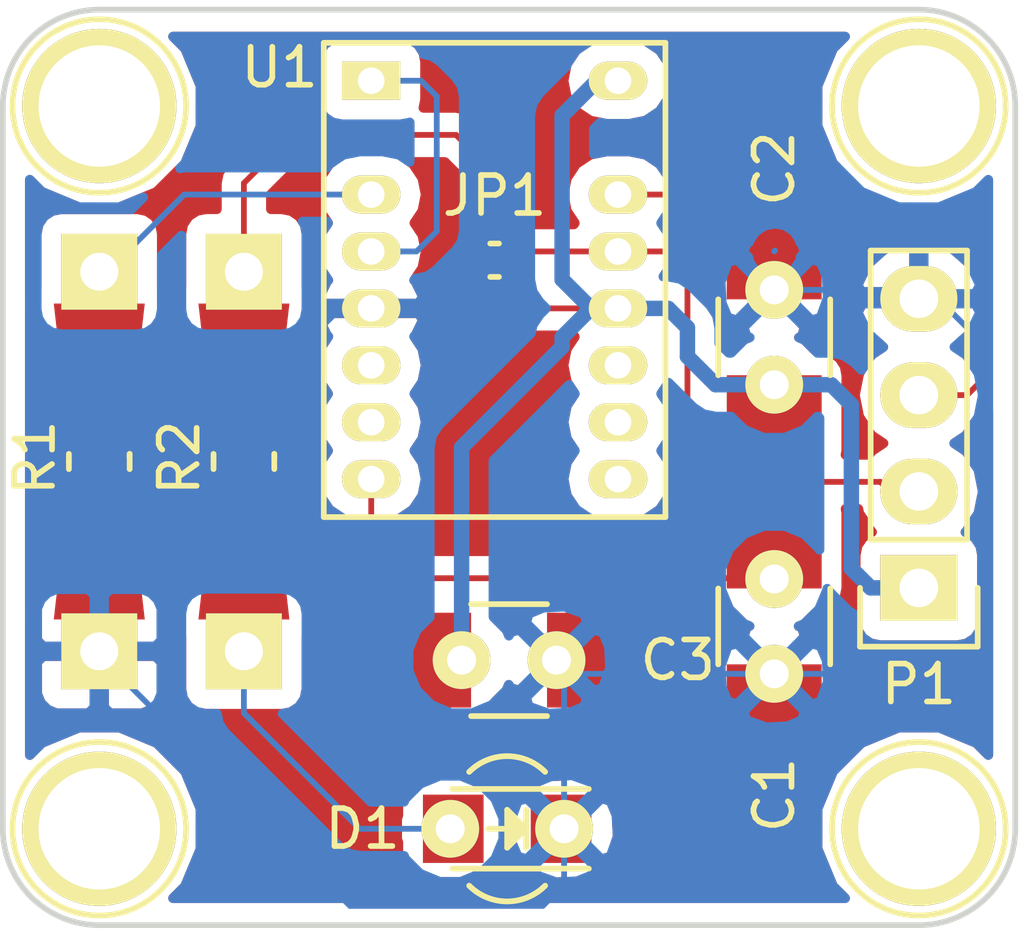
<source format=kicad_pcb>
(kicad_pcb (version 4) (host pcbnew 4.0.2-4+6225~38~ubuntu14.04.1-stable)

  (general
    (links 31)
    (no_connects 0)
    (area 124.629743 84.836 161.120258 109.474001)
    (thickness 1.6002)
    (drawings 8)
    (tracks 91)
    (zones 0)
    (modules 13)
    (nets 9)
  )

  (page A4)
  (layers
    (0 F.Cu signal)
    (31 B.Cu signal)
    (33 F.Adhes user)
    (34 B.Paste user)
    (35 F.Paste user)
    (36 B.SilkS user)
    (37 F.SilkS user)
    (38 B.Mask user)
    (39 F.Mask user)
    (40 Dwgs.User user)
    (41 Cmts.User user)
    (42 Eco1.User user)
    (43 Eco2.User user)
    (44 Edge.Cuts user)
    (45 Margin user)
    (47 F.CrtYd user)
    (49 F.Fab user)
  )

  (setup
    (last_trace_width 0.1524)
    (trace_clearance 0.1524)
    (zone_clearance 0.508)
    (zone_45_only no)
    (trace_min 0.1524)
    (segment_width 0.2)
    (edge_width 0.15)
    (via_size 0.6858)
    (via_drill 0.3302)
    (via_min_size 0.6858)
    (via_min_drill 0.3302)
    (uvia_size 0.762)
    (uvia_drill 0.508)
    (uvias_allowed no)
    (uvia_min_size 0)
    (uvia_min_drill 0)
    (pcb_text_width 0.3)
    (pcb_text_size 1.5 1.5)
    (mod_edge_width 0.15)
    (mod_text_size 1 1)
    (mod_text_width 0.15)
    (pad_size 4.064 4.064)
    (pad_drill 3.2)
    (pad_to_mask_clearance 0.2)
    (aux_axis_origin 0 0)
    (visible_elements 7FFFFF7F)
    (pcbplotparams
      (layerselection 0x00030_80000001)
      (usegerberextensions false)
      (excludeedgelayer true)
      (linewidth 0.100000)
      (plotframeref false)
      (viasonmask false)
      (mode 1)
      (useauxorigin false)
      (hpglpennumber 1)
      (hpglpenspeed 20)
      (hpglpendiameter 15)
      (hpglpenoverlay 2)
      (psnegative false)
      (psa4output false)
      (plotreference true)
      (plotvalue true)
      (plotinvisibletext false)
      (padsonsilk false)
      (subtractmaskfromsilk false)
      (outputformat 1)
      (mirror false)
      (drillshape 1)
      (scaleselection 1)
      (outputdirectory ""))
  )

  (net 0 "")
  (net 1 "Net-(C1-Pad1)")
  (net 2 GND)
  (net 3 VCC)
  (net 4 "Net-(D1-Pad2)")
  (net 5 /Enable)
  (net 6 /Output)
  (net 7 "Net-(R1-Pad1)")
  (net 8 "Net-(U1-Pad1)")

  (net_class Default "This is the default net class."
    (clearance 0.1524)
    (trace_width 0.1524)
    (via_dia 0.6858)
    (via_drill 0.3302)
    (uvia_dia 0.762)
    (uvia_drill 0.508)
    (add_net /Enable)
    (add_net /Output)
    (add_net GND)
    (add_net "Net-(C1-Pad1)")
    (add_net "Net-(D1-Pad2)")
    (add_net "Net-(R1-Pad1)")
    (add_net "Net-(U1-Pad1)")
    (add_net VCC)
  )

  (module GP2Y0D81xZ0F:GP2Y0D81xZ0F (layer F.Cu) (tedit 56F92A23) (tstamp 56E73AC4)
    (at 142.494 92.964)
    (path /56E5E3CE)
    (fp_text reference U1 (at -5.665 -6.35) (layer F.SilkS)
      (effects (font (size 1 1) (thickness 0.15)))
    )
    (fp_text value GP2Y0D81xZ0F (at 0 -0.5 90) (layer F.Fab) hide
      (effects (font (size 1 1) (thickness 0.15)))
    )
    (fp_line (start -4.5 -7) (end 4.5 -7) (layer F.SilkS) (width 0.15))
    (fp_line (start 4.5 -7) (end 4.5 5.5) (layer F.SilkS) (width 0.15))
    (fp_line (start 4.5 5.5) (end -4.5 5.5) (layer F.SilkS) (width 0.15))
    (fp_line (start -4.5 5.5) (end -4.5 -7) (layer F.SilkS) (width 0.15))
    (pad 1 thru_hole rect (at -3.25 -6) (size 1.54 1) (drill 0.7) (layers *.Cu *.Mask F.SilkS)
      (net 8 "Net-(U1-Pad1)"))
    (pad 2 thru_hole oval (at -3.25 -3) (size 1.54 1) (drill 0.7) (layers *.Cu *.Mask F.SilkS)
      (net 7 "Net-(R1-Pad1)"))
    (pad 3 thru_hole oval (at -3.25 -1.5) (size 1.54 1) (drill 0.7) (layers *.Cu *.Mask F.SilkS)
      (net 8 "Net-(U1-Pad1)"))
    (pad 4 thru_hole oval (at -3.25 0) (size 1.54 1) (drill 0.7) (layers *.Cu *.Mask F.SilkS)
      (net 2 GND))
    (pad 5 thru_hole oval (at -3.25 1.5) (size 1.54 1) (drill 0.7) (layers *.Cu *.Mask F.SilkS))
    (pad 6 thru_hole oval (at -3.25 3) (size 1.54 1) (drill 0.7) (layers *.Cu *.Mask F.SilkS))
    (pad 7 thru_hole oval (at -3.25 4.5) (size 1.54 1) (drill 0.7) (layers *.Cu *.Mask F.SilkS)
      (net 1 "Net-(C1-Pad1)"))
    (pad 8 thru_hole oval (at 3.25 4.5) (size 1.54 1) (drill 0.7) (layers *.Cu *.Mask F.SilkS))
    (pad 9 thru_hole oval (at 3.25 3) (size 1.54 1) (drill 0.7) (layers *.Cu *.Mask F.SilkS))
    (pad 10 thru_hole oval (at 3.25 1.5) (size 1.54 1) (drill 0.7) (layers *.Cu *.Mask F.SilkS))
    (pad 11 thru_hole oval (at 3.25 0) (size 1.54 1) (drill 0.7) (layers *.Cu *.Mask F.SilkS)
      (net 3 VCC))
    (pad 12 thru_hole oval (at 3.25 -1.5) (size 1.54 1) (drill 0.7) (layers *.Cu *.Mask F.SilkS)
      (net 5 /Enable))
    (pad 13 thru_hole oval (at 3.25 -3) (size 1.54 1) (drill 0.7) (layers *.Cu *.Mask F.SilkS)
      (net 6 /Output))
    (pad 14 thru_hole oval (at 3.25 -6) (size 1.54 1) (drill 0.7) (layers *.Cu *.Mask F.SilkS)
      (net 3 VCC))
  )

  (module Pin_Headers:Pin_Header_Straight_1x04 (layer F.Cu) (tedit 56F929F9) (tstamp 56E73A96)
    (at 153.67 100.33 180)
    (descr "Through hole pin header")
    (tags "pin header")
    (path /56E5EB6E)
    (fp_text reference P1 (at 0 -2.54 180) (layer F.SilkS)
      (effects (font (size 1 1) (thickness 0.15)))
    )
    (fp_text value CONN_01X04 (at -4.445 5.08 270) (layer F.Fab) hide
      (effects (font (size 1 1) (thickness 0.15)))
    )
    (fp_line (start -1.75 -1.75) (end -1.75 9.4) (layer F.CrtYd) (width 0.05))
    (fp_line (start 1.75 -1.75) (end 1.75 9.4) (layer F.CrtYd) (width 0.05))
    (fp_line (start -1.75 -1.75) (end 1.75 -1.75) (layer F.CrtYd) (width 0.05))
    (fp_line (start -1.75 9.4) (end 1.75 9.4) (layer F.CrtYd) (width 0.05))
    (fp_line (start -1.27 1.27) (end -1.27 8.89) (layer F.SilkS) (width 0.15))
    (fp_line (start 1.27 1.27) (end 1.27 8.89) (layer F.SilkS) (width 0.15))
    (fp_line (start 1.55 -1.55) (end 1.55 0) (layer F.SilkS) (width 0.15))
    (fp_line (start -1.27 8.89) (end 1.27 8.89) (layer F.SilkS) (width 0.15))
    (fp_line (start 1.27 1.27) (end -1.27 1.27) (layer F.SilkS) (width 0.15))
    (fp_line (start -1.55 0) (end -1.55 -1.55) (layer F.SilkS) (width 0.15))
    (fp_line (start -1.55 -1.55) (end 1.55 -1.55) (layer F.SilkS) (width 0.15))
    (pad 1 thru_hole rect (at 0 0 180) (size 2.032 1.7272) (drill 1.016) (layers *.Cu *.Mask F.SilkS)
      (net 3 VCC))
    (pad 2 thru_hole oval (at 0 2.54 180) (size 2.032 1.7272) (drill 1.016) (layers *.Cu *.Mask F.SilkS)
      (net 5 /Enable))
    (pad 3 thru_hole oval (at 0 5.08 180) (size 2.032 1.7272) (drill 1.016) (layers *.Cu *.Mask F.SilkS)
      (net 6 /Output))
    (pad 4 thru_hole oval (at 0 7.62 180) (size 2.032 1.7272) (drill 1.016) (layers *.Cu *.Mask F.SilkS)
      (net 2 GND))
    (model Pin_Headers.3dshapes/Pin_Header_Straight_1x04.wrl
      (at (xyz 0 -0.15 0))
      (scale (xyz 1 1 1))
      (rotate (xyz 0 0 90))
    )
  )

  (module Resistors_Universal:Resistor_SMD+THTuniversal_0805to1206_RM10_HandSoldering (layer F.Cu) (tedit 56F928C5) (tstamp 56E73AA2)
    (at 132.08 97 270)
    (descr "Resistor, SMD and THT, universal, 0805 to 1206,RM10,  Hand soldering,")
    (tags "Resistor, SMD and THT, universal, 0805 to 1206, RM10, Hand soldering,")
    (path /56E5E48F)
    (fp_text reference R1 (at -0.1 1.7 270) (layer F.SilkS)
      (effects (font (size 1 1) (thickness 0.15)))
    )
    (fp_text value 4.3 (at -0.39878 4.20116 360) (layer F.Fab) hide
      (effects (font (size 1 1) (thickness 0.15)))
    )
    (fp_line (start 0 0.8001) (end 0.20066 0.8001) (layer F.SilkS) (width 0.15))
    (fp_line (start 0 0.8001) (end -0.20066 0.8001) (layer F.SilkS) (width 0.15))
    (fp_line (start -0.09906 -0.8001) (end -0.20066 -0.8001) (layer F.SilkS) (width 0.15))
    (fp_line (start -0.20066 -0.8001) (end 0.20066 -0.8001) (layer F.SilkS) (width 0.15))
    (pad 1 smd trapezoid (at -2.413 0 270) (size 3.50012 1.99898) (rect_delta 0.39878 0 ) (layers F.Cu F.Paste F.Mask)
      (net 7 "Net-(R1-Pad1)"))
    (pad 2 smd trapezoid (at 2.413 0 90) (size 3.50012 1.99898) (rect_delta 0.39878 0 ) (layers F.Cu F.Paste F.Mask)
      (net 2 GND))
    (pad 1 thru_hole rect (at -5.00126 0 90) (size 1.99898 1.99898) (drill 1.00076) (layers *.Cu *.Mask F.SilkS)
      (net 7 "Net-(R1-Pad1)"))
    (pad 2 thru_hole rect (at 5.00126 0 90) (size 1.99898 1.99898) (drill 1.00076) (layers *.Cu *.Mask F.SilkS)
      (net 2 GND))
  )

  (module Resistors_Universal:Resistor_SMD+THTuniversal_0805to1206_RM10_HandSoldering (layer F.Cu) (tedit 56F928DC) (tstamp 56E73AAE)
    (at 135.89 97 270)
    (descr "Resistor, SMD and THT, universal, 0805 to 1206,RM10,  Hand soldering,")
    (tags "Resistor, SMD and THT, universal, 0805 to 1206, RM10, Hand soldering,")
    (path /56E5E58C)
    (fp_text reference R2 (at -0.1 1.7 270) (layer F.SilkS)
      (effects (font (size 1 1) (thickness 0.15)))
    )
    (fp_text value 1K (at 2.06 7.62 360) (layer F.Fab) hide
      (effects (font (size 1 1) (thickness 0.15)))
    )
    (fp_line (start 0 0.8001) (end 0.20066 0.8001) (layer F.SilkS) (width 0.15))
    (fp_line (start 0 0.8001) (end -0.20066 0.8001) (layer F.SilkS) (width 0.15))
    (fp_line (start -0.09906 -0.8001) (end -0.20066 -0.8001) (layer F.SilkS) (width 0.15))
    (fp_line (start -0.20066 -0.8001) (end 0.20066 -0.8001) (layer F.SilkS) (width 0.15))
    (pad 1 smd trapezoid (at -2.413 0 270) (size 3.50012 1.99898) (rect_delta 0.39878 0 ) (layers F.Cu F.Paste F.Mask)
      (net 3 VCC))
    (pad 2 smd trapezoid (at 2.413 0 90) (size 3.50012 1.99898) (rect_delta 0.39878 0 ) (layers F.Cu F.Paste F.Mask)
      (net 4 "Net-(D1-Pad2)"))
    (pad 1 thru_hole rect (at -5.00126 0 90) (size 1.99898 1.99898) (drill 1.00076) (layers *.Cu *.Mask F.SilkS)
      (net 3 VCC))
    (pad 2 thru_hole rect (at 5.00126 0 90) (size 1.99898 1.99898) (drill 1.00076) (layers *.Cu *.Mask F.SilkS)
      (net 4 "Net-(D1-Pad2)"))
  )

  (module GP2Y0D81xZ0F:LED_1206_3MM (layer F.Cu) (tedit 56F90190) (tstamp 56E73A77)
    (at 142.825 106.68 180)
    (descr "LED 1206 smd package")
    (tags "LED1206 SMD")
    (path /56E5E6B0)
    (attr smd)
    (fp_text reference D1 (at 3.81 0 180) (layer F.SilkS)
      (effects (font (size 1 1) (thickness 0.15)))
    )
    (fp_text value Led (at -3.81 0 180) (layer F.Fab) hide
      (effects (font (size 1 1) (thickness 0.15)))
    )
    (fp_arc (start 0 0.5) (end 1 1.5) (angle 90) (layer F.SilkS) (width 0.15))
    (fp_arc (start 0 -0.5) (end -1 -1.5) (angle 90) (layer F.SilkS) (width 0.15))
    (fp_line (start -2.15 1.05) (end 1.45 1.05) (layer F.SilkS) (width 0.15))
    (fp_line (start -2.15 -1.05) (end 1.45 -1.05) (layer F.SilkS) (width 0.15))
    (fp_line (start -0.1 -0.3) (end -0.1 0.3) (layer F.SilkS) (width 0.15))
    (fp_line (start -0.1 0.3) (end -0.4 0) (layer F.SilkS) (width 0.15))
    (fp_line (start -0.4 0) (end -0.2 -0.2) (layer F.SilkS) (width 0.15))
    (fp_line (start -0.2 -0.2) (end -0.2 0.05) (layer F.SilkS) (width 0.15))
    (fp_line (start -0.2 0.05) (end -0.25 0) (layer F.SilkS) (width 0.15))
    (fp_line (start -0.5 -0.5) (end -0.5 0.5) (layer F.SilkS) (width 0.15))
    (fp_line (start 0 0) (end 0.5 0) (layer F.SilkS) (width 0.15))
    (fp_line (start -0.5 0) (end 0 -0.5) (layer F.SilkS) (width 0.15))
    (fp_line (start 0 -0.5) (end 0 0.5) (layer F.SilkS) (width 0.15))
    (fp_line (start 0 0.5) (end -0.5 0) (layer F.SilkS) (width 0.15))
    (fp_line (start 2.5 -1.25) (end -2.5 -1.25) (layer F.CrtYd) (width 0.05))
    (fp_line (start -2.5 -1.25) (end -2.5 1.25) (layer F.CrtYd) (width 0.05))
    (fp_line (start -2.5 1.25) (end 2.5 1.25) (layer F.CrtYd) (width 0.05))
    (fp_line (start 2.5 1.25) (end 2.5 -1.25) (layer F.CrtYd) (width 0.05))
    (pad 2 smd rect (at 1.41986 0) (size 1.59766 1.80086) (layers F.Cu F.Paste F.Mask)
      (net 4 "Net-(D1-Pad2)"))
    (pad 1 smd rect (at -1.41986 0) (size 1.59766 1.80086) (layers F.Cu F.Paste F.Mask)
      (net 2 GND))
    (pad 1 thru_hole circle (at -1.5 0 180) (size 1.524 1.524) (drill 0.762) (layers *.Cu *.Mask F.SilkS)
      (net 2 GND))
    (pad 2 thru_hole circle (at 1.5 0 180) (size 1.524 1.524) (drill 0.762) (layers *.Cu *.Mask F.SilkS)
      (net 4 "Net-(D1-Pad2)"))
    (model LEDs.3dshapes/LED_1206.wrl
      (at (xyz 0 0 0))
      (scale (xyz 1 1 1))
      (rotate (xyz 0 0 180))
    )
  )

  (module Connect:1pin (layer F.Cu) (tedit 56F927DB) (tstamp 56F926DD)
    (at 153.67 87.63)
    (descr "module 1 pin (ou trou mecanique de percage)")
    (tags DEV)
    (fp_text reference REF** (at 5.08 -1.27) (layer F.SilkS) hide
      (effects (font (size 1 1) (thickness 0.15)))
    )
    (fp_text value 1pin (at 5.08 0) (layer F.Fab) hide
      (effects (font (size 1 1) (thickness 0.15)))
    )
    (fp_circle (center 0 0) (end 0 -2.286) (layer F.SilkS) (width 0.15))
    (pad 1 thru_hole circle (at 0 0) (size 4.064 4.064) (drill 3.2) (layers *.Cu *.Mask F.SilkS))
  )

  (module Connect:1pin (layer F.Cu) (tedit 56F92811) (tstamp 56F926E5)
    (at 132.08 87.63)
    (descr "module 1 pin (ou trou mecanique de percage)")
    (tags DEV)
    (fp_text reference REF** (at -5.08 -1.27) (layer F.SilkS) hide
      (effects (font (size 1 1) (thickness 0.15)))
    )
    (fp_text value 1pin (at -5.08 0) (layer F.Fab) hide
      (effects (font (size 1 1) (thickness 0.15)))
    )
    (fp_circle (center 0 0) (end 0 -2.286) (layer F.SilkS) (width 0.15))
    (pad 1 thru_hole circle (at 0 0) (size 4.064 4.064) (drill 3.2) (layers *.Cu *.Mask F.SilkS))
  )

  (module Connect:1pin (layer F.Cu) (tedit 56F927F7) (tstamp 56F926EB)
    (at 132.08 106.68)
    (descr "module 1 pin (ou trou mecanique de percage)")
    (tags DEV)
    (fp_text reference REF** (at -5.08 1.27) (layer F.SilkS) hide
      (effects (font (size 1 1) (thickness 0.15)))
    )
    (fp_text value 1pin (at -5.08 0) (layer F.Fab) hide
      (effects (font (size 1 1) (thickness 0.15)))
    )
    (fp_circle (center 0 0) (end 0 -2.286) (layer F.SilkS) (width 0.15))
    (pad 1 thru_hole circle (at 0 0) (size 4.064 4.064) (drill 3.2) (layers *.Cu *.Mask F.SilkS))
  )

  (module Connect:1pin (layer F.Cu) (tedit 56F927E1) (tstamp 56F926F1)
    (at 153.67 106.68)
    (descr "module 1 pin (ou trou mecanique de percage)")
    (tags DEV)
    (fp_text reference REF** (at 5.08 1.27) (layer F.SilkS) hide
      (effects (font (size 1 1) (thickness 0.15)))
    )
    (fp_text value 1pin (at 5.08 0) (layer F.Fab) hide
      (effects (font (size 1 1) (thickness 0.15)))
    )
    (fp_circle (center 0 0) (end 0 -2.286) (layer F.SilkS) (width 0.15))
    (pad 1 thru_hole circle (at 0 0) (size 4.064 4.064) (drill 3.2) (layers *.Cu *.Mask F.SilkS))
  )

  (module GP2Y0D81xZ0F:C_1210_HandSoldering_100n (layer F.Cu) (tedit 56F92BC0) (tstamp 56E73A55)
    (at 149.86 93.726 90)
    (descr "Capacitor SMD 1210, hand soldering")
    (tags "capacitor 1210")
    (path /56E5E620)
    (attr smd)
    (fp_text reference C2 (at 4.445 0 90) (layer F.SilkS)
      (effects (font (size 1 1) (thickness 0.15)))
    )
    (fp_text value 0.1uF (at 5.715 -1.27 90) (layer F.Fab) hide
      (effects (font (size 1 1) (thickness 0.15)))
    )
    (fp_line (start -3.3 -1.6) (end 3.3 -1.6) (layer F.CrtYd) (width 0.05))
    (fp_line (start -3.3 1.6) (end 3.3 1.6) (layer F.CrtYd) (width 0.05))
    (fp_line (start -3.3 -1.6) (end -3.3 1.6) (layer F.CrtYd) (width 0.05))
    (fp_line (start 3.3 -1.6) (end 3.3 1.6) (layer F.CrtYd) (width 0.05))
    (fp_line (start 1 -1.475) (end -1 -1.475) (layer F.SilkS) (width 0.15))
    (fp_line (start -1 1.475) (end 1 1.475) (layer F.SilkS) (width 0.15))
    (pad 1 smd rect (at -2 0 90) (size 2 2.5) (layers F.Cu F.Paste F.Mask)
      (net 3 VCC))
    (pad 2 smd rect (at 2 0 90) (size 2 2.5) (layers F.Cu F.Paste F.Mask)
      (net 2 GND))
    (pad 1 thru_hole circle (at -1.25 0 90) (size 1.524 1.524) (drill 0.762) (layers *.Cu *.Mask F.SilkS)
      (net 3 VCC))
    (pad 2 thru_hole circle (at 1.25 0 90) (size 1.524 1.524) (drill 0.762) (layers *.Cu *.Mask F.SilkS)
      (net 2 GND))
    (model Capacitors_SMD.3dshapes/C_1210_HandSoldering.wrl
      (at (xyz 0 0 0))
      (scale (xyz 1 1 1))
      (rotate (xyz 0 0 0))
    )
  )

  (module GP2Y0D81xZ0F:C_1210_HandSoldering_100n (layer F.Cu) (tedit 56F92BC0) (tstamp 56E73A49)
    (at 149.86 101.346 270)
    (descr "Capacitor SMD 1210, hand soldering")
    (tags "capacitor 1210")
    (path /56E5E5BF)
    (attr smd)
    (fp_text reference C1 (at 4.445 0 270) (layer F.SilkS)
      (effects (font (size 1 1) (thickness 0.15)))
    )
    (fp_text value 0.1uF (at 5.715 -1.27 270) (layer F.Fab) hide
      (effects (font (size 1 1) (thickness 0.15)))
    )
    (fp_line (start -3.3 -1.6) (end 3.3 -1.6) (layer F.CrtYd) (width 0.05))
    (fp_line (start -3.3 1.6) (end 3.3 1.6) (layer F.CrtYd) (width 0.05))
    (fp_line (start -3.3 -1.6) (end -3.3 1.6) (layer F.CrtYd) (width 0.05))
    (fp_line (start 3.3 -1.6) (end 3.3 1.6) (layer F.CrtYd) (width 0.05))
    (fp_line (start 1 -1.475) (end -1 -1.475) (layer F.SilkS) (width 0.15))
    (fp_line (start -1 1.475) (end 1 1.475) (layer F.SilkS) (width 0.15))
    (pad 1 smd rect (at -2 0 270) (size 2 2.5) (layers F.Cu F.Paste F.Mask)
      (net 1 "Net-(C1-Pad1)"))
    (pad 2 smd rect (at 2 0 270) (size 2 2.5) (layers F.Cu F.Paste F.Mask)
      (net 2 GND))
    (pad 1 thru_hole circle (at -1.25 0 270) (size 1.524 1.524) (drill 0.762) (layers *.Cu *.Mask F.SilkS)
      (net 1 "Net-(C1-Pad1)"))
    (pad 2 thru_hole circle (at 1.25 0 270) (size 1.524 1.524) (drill 0.762) (layers *.Cu *.Mask F.SilkS)
      (net 2 GND))
    (model Capacitors_SMD.3dshapes/C_1210_HandSoldering.wrl
      (at (xyz 0 0 0))
      (scale (xyz 1 1 1))
      (rotate (xyz 0 0 0))
    )
  )

  (module GP2Y0D81xZ0F:C_1210_HandSoldering_100n (layer F.Cu) (tedit 56F92BC0) (tstamp 56E73A61)
    (at 142.875 102.235)
    (descr "Capacitor SMD 1210, hand soldering")
    (tags "capacitor 1210")
    (path /56E5E683)
    (attr smd)
    (fp_text reference C3 (at 4.445 0) (layer F.SilkS)
      (effects (font (size 1 1) (thickness 0.15)))
    )
    (fp_text value 4.7uF (at 5.715 -1.27) (layer F.Fab) hide
      (effects (font (size 1 1) (thickness 0.15)))
    )
    (fp_line (start -3.3 -1.6) (end 3.3 -1.6) (layer F.CrtYd) (width 0.05))
    (fp_line (start -3.3 1.6) (end 3.3 1.6) (layer F.CrtYd) (width 0.05))
    (fp_line (start -3.3 -1.6) (end -3.3 1.6) (layer F.CrtYd) (width 0.05))
    (fp_line (start 3.3 -1.6) (end 3.3 1.6) (layer F.CrtYd) (width 0.05))
    (fp_line (start 1 -1.475) (end -1 -1.475) (layer F.SilkS) (width 0.15))
    (fp_line (start -1 1.475) (end 1 1.475) (layer F.SilkS) (width 0.15))
    (pad 1 smd rect (at -2 0) (size 2 2.5) (layers F.Cu F.Paste F.Mask)
      (net 3 VCC))
    (pad 2 smd rect (at 2 0) (size 2 2.5) (layers F.Cu F.Paste F.Mask)
      (net 2 GND))
    (pad 1 thru_hole circle (at -1.25 0) (size 1.524 1.524) (drill 0.762) (layers *.Cu *.Mask F.SilkS)
      (net 3 VCC))
    (pad 2 thru_hole circle (at 1.25 0) (size 1.524 1.524) (drill 0.762) (layers *.Cu *.Mask F.SilkS)
      (net 2 GND))
    (model Capacitors_SMD.3dshapes/C_1210_HandSoldering.wrl
      (at (xyz 0 0 0))
      (scale (xyz 1 1 1))
      (rotate (xyz 0 0 0))
    )
  )

  (module Resistors_SMD:R_0201 (layer F.Cu) (tedit 56F99627) (tstamp 56E73A83)
    (at 142.494 91.694)
    (descr "Resistor SMD 0201, reflow soldering, Vishay (see crcw0201e3.pdf)")
    (tags "resistor 0201")
    (path /56E5EEA5)
    (attr smd)
    (fp_text reference JP1 (at 0 -1.7) (layer F.SilkS)
      (effects (font (size 1 1) (thickness 0.15)))
    )
    (fp_text value Jumper_NO_Small (at 0 1.7) (layer F.Fab) hide
      (effects (font (size 1 1) (thickness 0.15)))
    )
    (fp_line (start -0.65 -0.55) (end 0.65 -0.55) (layer F.CrtYd) (width 0.05))
    (fp_line (start -0.65 0.55) (end 0.65 0.55) (layer F.CrtYd) (width 0.05))
    (fp_line (start -0.65 -0.55) (end -0.65 0.55) (layer F.CrtYd) (width 0.05))
    (fp_line (start 0.65 -0.55) (end 0.65 0.55) (layer F.CrtYd) (width 0.05))
    (fp_line (start 0.115 -0.44) (end -0.115 -0.44) (layer F.SilkS) (width 0.15))
    (fp_line (start -0.115 0.44) (end 0.115 0.44) (layer F.SilkS) (width 0.15))
    (pad 1 smd rect (at -0.255 0) (size 0.28 0.43) (layers F.Cu F.Paste F.Mask)
      (net 3 VCC))
    (pad 2 smd rect (at 0.255 0) (size 0.28 0.43) (layers F.Cu F.Paste F.Mask)
      (net 5 /Enable))
    (model Resistors_SMD.3dshapes/R_0201.wrl
      (at (xyz 0 0 0))
      (scale (xyz 1 1 1))
      (rotate (xyz 0 0 0))
    )
  )

  (gr_line (start 153.67 109.22) (end 132.08 109.22) (angle 90) (layer Edge.Cuts) (width 0.15))
  (gr_line (start 156.21 87.63) (end 156.21 106.68) (angle 90) (layer Edge.Cuts) (width 0.15))
  (gr_line (start 132.08 85.09) (end 153.67 85.09) (angle 90) (layer Edge.Cuts) (width 0.15))
  (gr_line (start 129.54 106.68) (end 129.54 87.63) (angle 90) (layer Edge.Cuts) (width 0.15))
  (gr_arc (start 132.08 106.68) (end 132.08 109.22) (angle 90) (layer Edge.Cuts) (width 0.15))
  (gr_arc (start 153.67 106.68) (end 156.21 106.68) (angle 90) (layer Edge.Cuts) (width 0.15))
  (gr_arc (start 153.67 87.63) (end 153.67 85.09) (angle 90) (layer Edge.Cuts) (width 0.15))
  (gr_arc (start 132.08 87.63) (end 129.54 87.63) (angle 90) (layer Edge.Cuts) (width 0.15))

  (segment (start 149.88 91.44) (end 149.86 91.46) (width 0.1524) (layer B.Cu) (net 0) (tstamp 56F975DD))
  (segment (start 139.244 97.464) (end 139.244 99.112) (width 0.1524) (layer F.Cu) (net 1))
  (segment (start 140.208 100.076) (end 149.84 100.076) (width 0.1524) (layer F.Cu) (net 1) (tstamp 56F989A8))
  (segment (start 139.244 99.112) (end 140.208 100.076) (width 0.1524) (layer F.Cu) (net 1) (tstamp 56F989A1))
  (segment (start 149.84 100.076) (end 149.86 100.096) (width 0.1524) (layer F.Cu) (net 1) (tstamp 56F989A9))
  (segment (start 149.86 100.096) (end 149.86 99.346) (width 0.1524) (layer F.Cu) (net 1) (tstamp 56F989AE))
  (segment (start 139.244 97.464) (end 139.244 97.842) (width 0.1524) (layer F.Cu) (net 1))
  (segment (start 149.86 99.08) (end 149.86 98.33) (width 0.1524) (layer F.Cu) (net 1) (tstamp 56F9782F))
  (segment (start 149.86 92.476) (end 153.436 92.476) (width 0.1524) (layer B.Cu) (net 2))
  (segment (start 153.436 92.476) (end 153.67 92.71) (width 0.1524) (layer B.Cu) (net 2) (tstamp 56F98A5A))
  (segment (start 153.67 92.71) (end 154.178 92.71) (width 0.1524) (layer B.Cu) (net 2))
  (segment (start 154.178 92.71) (end 155.448 93.98) (width 0.1524) (layer B.Cu) (net 2) (tstamp 56F9897F))
  (segment (start 154.96 102.596) (end 149.86 102.596) (width 0.1524) (layer B.Cu) (net 2) (tstamp 56F98992))
  (segment (start 155.448 102.108) (end 154.96 102.596) (width 0.1524) (layer B.Cu) (net 2) (tstamp 56F9898D))
  (segment (start 155.448 93.98) (end 155.448 102.108) (width 0.1524) (layer B.Cu) (net 2) (tstamp 56F98985))
  (segment (start 149.86 102.596) (end 144.486 102.596) (width 0.1524) (layer B.Cu) (net 2))
  (segment (start 144.486 102.596) (end 144.125 102.235) (width 0.1524) (layer B.Cu) (net 2) (tstamp 56F98977))
  (segment (start 132.08 102.00126) (end 132.08 99.413) (width 0.1524) (layer F.Cu) (net 2))
  (segment (start 139.244 92.964) (end 138.43 92.964) (width 0.1524) (layer B.Cu) (net 2))
  (segment (start 139.446 104.902) (end 144.325 104.902) (width 0.1524) (layer B.Cu) (net 2) (tstamp 56F976E0))
  (segment (start 137.668 103.124) (end 139.446 104.902) (width 0.1524) (layer B.Cu) (net 2) (tstamp 56F976D6))
  (segment (start 137.668 93.726) (end 137.668 103.124) (width 0.1524) (layer B.Cu) (net 2) (tstamp 56F976D2))
  (segment (start 138.43 92.964) (end 137.668 93.726) (width 0.1524) (layer B.Cu) (net 2) (tstamp 56F976CD))
  (segment (start 144.325 106.68) (end 144.325 104.902) (width 0.1524) (layer B.Cu) (net 2))
  (segment (start 144.325 104.902) (end 144.325 102.435) (width 0.1524) (layer B.Cu) (net 2) (tstamp 56F976E9))
  (segment (start 144.325 102.435) (end 144.125 102.235) (width 0.1524) (layer B.Cu) (net 2) (tstamp 56F9459D))
  (segment (start 132.08 102.00126) (end 132.08 102.108) (width 0.1524) (layer B.Cu) (net 2))
  (segment (start 132.08 102.108) (end 138.684 108.712) (width 0.1524) (layer B.Cu) (net 2) (tstamp 56F94575))
  (segment (start 138.684 108.712) (end 143.764 108.712) (width 0.1524) (layer B.Cu) (net 2) (tstamp 56F94586))
  (segment (start 143.764 108.712) (end 144.325 108.151) (width 0.1524) (layer B.Cu) (net 2) (tstamp 56F9458F))
  (segment (start 144.325 108.151) (end 144.325 106.68) (width 0.1524) (layer B.Cu) (net 2) (tstamp 56F94593))
  (segment (start 135.89 91.99874) (end 135.89 89.662) (width 0.1524) (layer F.Cu) (net 3) (status 400000))
  (segment (start 142.239 89.153) (end 142.239 91.694) (width 0.1524) (layer F.Cu) (net 3) (tstamp 56F99D4F) (status 800000))
  (segment (start 141.478 88.392) (end 142.239 89.153) (width 0.1524) (layer F.Cu) (net 3) (tstamp 56F99D4C))
  (segment (start 137.16 88.392) (end 141.478 88.392) (width 0.1524) (layer F.Cu) (net 3) (tstamp 56F99D48))
  (segment (start 135.89 89.662) (end 137.16 88.392) (width 0.1524) (layer F.Cu) (net 3) (tstamp 56F99D44))
  (segment (start 135.89 91.99874) (end 135.89 94.587) (width 0.1524) (layer F.Cu) (net 3) (status C00000))
  (segment (start 142.239 91.694) (end 142.239 92.709) (width 0.1524) (layer F.Cu) (net 3) (status 400000))
  (segment (start 142.239 92.709) (end 142.494 92.964) (width 0.1524) (layer F.Cu) (net 3) (tstamp 56F99BD8))
  (segment (start 142.494 92.964) (end 145.744 92.964) (width 0.1524) (layer F.Cu) (net 3) (tstamp 56F99BDD) (status 800000))
  (segment (start 149.86 94.976) (end 148.316 94.976) (width 0.4064) (layer B.Cu) (net 3))
  (segment (start 148.316 94.976) (end 147.574 94.234) (width 0.4064) (layer B.Cu) (net 3) (tstamp 56F98CBF))
  (segment (start 147.574 94.234) (end 147.574 93.472) (width 0.4064) (layer B.Cu) (net 3) (tstamp 56F98CC6))
  (segment (start 147.574 93.472) (end 147.066 92.964) (width 0.4064) (layer B.Cu) (net 3) (tstamp 56F98CCA))
  (segment (start 147.066 92.964) (end 145.744 92.964) (width 0.4064) (layer B.Cu) (net 3) (tstamp 56F98CCF))
  (segment (start 145.744 86.964) (end 145.192 86.964) (width 0.4064) (layer B.Cu) (net 3))
  (segment (start 145.192 86.964) (end 144.272 87.884) (width 0.4064) (layer B.Cu) (net 3) (tstamp 56F98BE2))
  (segment (start 144.272 87.884) (end 144.272 92.202) (width 0.4064) (layer B.Cu) (net 3) (tstamp 56F98BE8))
  (segment (start 144.272 92.202) (end 145.034 92.964) (width 0.4064) (layer B.Cu) (net 3) (tstamp 56F98BEC))
  (segment (start 145.034 92.964) (end 145.744 92.964) (width 0.4064) (layer B.Cu) (net 3) (tstamp 56F98BF1))
  (segment (start 153.67 100.33) (end 152.4 100.33) (width 0.4064) (layer B.Cu) (net 3))
  (segment (start 151.364 94.976) (end 149.86 94.976) (width 0.4064) (layer B.Cu) (net 3) (tstamp 56F98BBF))
  (segment (start 151.892 95.504) (end 151.364 94.976) (width 0.4064) (layer B.Cu) (net 3) (tstamp 56F98BB7))
  (segment (start 151.892 99.822) (end 151.892 95.504) (width 0.4064) (layer B.Cu) (net 3) (tstamp 56F98BB3))
  (segment (start 152.4 100.33) (end 151.892 99.822) (width 0.4064) (layer B.Cu) (net 3) (tstamp 56F98BAD))
  (segment (start 141.625 102.235) (end 141.625 96.627) (width 0.4064) (layer B.Cu) (net 3))
  (segment (start 144.272 93.726) (end 145.034 92.964) (width 0.4064) (layer B.Cu) (net 3) (tstamp 56F98B70))
  (segment (start 144.272 93.98) (end 144.272 93.726) (width 0.4064) (layer B.Cu) (net 3) (tstamp 56F98B68))
  (segment (start 141.625 96.627) (end 144.272 93.98) (width 0.4064) (layer B.Cu) (net 3) (tstamp 56F98B62))
  (segment (start 145.034 92.964) (end 145.744 92.964) (width 0.4064) (layer B.Cu) (net 3) (tstamp 56F98B73))
  (segment (start 145.034 92.964) (end 145.744 92.964) (width 0.1524) (layer B.Cu) (net 3) (tstamp 56F93E43))
  (segment (start 135.89 102.00126) (end 135.89 99.413) (width 0.1524) (layer F.Cu) (net 4))
  (segment (start 135.89 102.00126) (end 135.89 103.632) (width 0.1524) (layer B.Cu) (net 4))
  (segment (start 138.938 106.68) (end 141.325 106.68) (width 0.1524) (layer B.Cu) (net 4) (tstamp 56F97626))
  (segment (start 135.89 103.632) (end 138.938 106.68) (width 0.1524) (layer B.Cu) (net 4) (tstamp 56F97621))
  (segment (start 145.744 91.464) (end 142.979 91.464) (width 0.1524) (layer F.Cu) (net 5) (status 400000))
  (segment (start 142.979 91.464) (end 142.749 91.694) (width 0.1524) (layer F.Cu) (net 5) (tstamp 56F9958E) (status 800000))
  (segment (start 153.67 97.79) (end 152.908 97.79) (width 0.1524) (layer F.Cu) (net 5))
  (segment (start 152.908 97.79) (end 152.654 97.536) (width 0.1524) (layer F.Cu) (net 5) (tstamp 56F988CD))
  (segment (start 152.654 97.536) (end 148.082 97.536) (width 0.1524) (layer F.Cu) (net 5) (tstamp 56F988D4))
  (segment (start 148.082 97.536) (end 147.574 97.028) (width 0.1524) (layer F.Cu) (net 5) (tstamp 56F988DA))
  (segment (start 147.574 97.028) (end 147.574 91.948) (width 0.1524) (layer F.Cu) (net 5) (tstamp 56F988E0))
  (segment (start 147.574 91.948) (end 147.09 91.464) (width 0.1524) (layer F.Cu) (net 5) (tstamp 56F988E5))
  (segment (start 147.09 91.464) (end 145.744 91.464) (width 0.1524) (layer F.Cu) (net 5) (tstamp 56F988E9))
  (segment (start 145.744 89.964) (end 151.686 89.964) (width 0.1524) (layer F.Cu) (net 6))
  (segment (start 154.94 95.25) (end 153.67 95.25) (width 0.1524) (layer F.Cu) (net 6) (tstamp 56F98A84))
  (segment (start 155.448 94.742) (end 154.94 95.25) (width 0.1524) (layer F.Cu) (net 6) (tstamp 56F98A81))
  (segment (start 155.448 90.932) (end 155.448 94.742) (width 0.1524) (layer F.Cu) (net 6) (tstamp 56F98A7E))
  (segment (start 154.94 90.424) (end 155.448 90.932) (width 0.1524) (layer F.Cu) (net 6) (tstamp 56F98A74))
  (segment (start 152.146 90.424) (end 154.94 90.424) (width 0.1524) (layer F.Cu) (net 6) (tstamp 56F98A6F))
  (segment (start 151.686 89.964) (end 152.146 90.424) (width 0.1524) (layer F.Cu) (net 6) (tstamp 56F98A68))
  (segment (start 132.08 91.99874) (end 132.28326 91.99874) (width 0.1524) (layer B.Cu) (net 7) (status C00000))
  (segment (start 132.28326 91.99874) (end 134.318 89.964) (width 0.1524) (layer B.Cu) (net 7) (tstamp 56F99CF8) (status 400000))
  (segment (start 134.318 89.964) (end 139.244 89.964) (width 0.1524) (layer B.Cu) (net 7) (tstamp 56F99CFF) (status 800000))
  (segment (start 132.08 94.587) (end 132.08 91.99874) (width 0.1524) (layer F.Cu) (net 7))
  (segment (start 139.244 91.464) (end 140.438 91.464) (width 0.1524) (layer B.Cu) (net 8) (status 400000))
  (segment (start 140.558 86.964) (end 139.244 86.964) (width 0.1524) (layer B.Cu) (net 8) (tstamp 56F99D67) (status 800000))
  (segment (start 140.97 87.376) (end 140.558 86.964) (width 0.1524) (layer B.Cu) (net 8) (tstamp 56F99D63))
  (segment (start 140.97 90.932) (end 140.97 87.376) (width 0.1524) (layer B.Cu) (net 8) (tstamp 56F99D5E))
  (segment (start 140.438 91.464) (end 140.97 90.932) (width 0.1524) (layer B.Cu) (net 8) (tstamp 56F99D58))
  (segment (start 139.244 91.464) (end 139.93 91.464) (width 0.1524) (layer F.Cu) (net 8))

  (zone (net 2) (net_name GND) (layer F.Cu) (tstamp 56F99B23) (hatch edge 0.508)
    (connect_pads (clearance 0.508))
    (min_thickness 0.254)
    (fill yes (arc_segments 16) (thermal_gap 0.508) (thermal_bridge_width 0.508))
    (polygon
      (pts
        (xy 129.54 84.836) (xy 156.464 84.836) (xy 156.464 109.474) (xy 129.54 109.474) (xy 129.54 85.09)
      )
    )
    (filled_polygon
      (pts
        (xy 151.410345 86.117293) (xy 151.003464 87.097173) (xy 151.002538 88.158172) (xy 151.407709 89.138761) (xy 151.521549 89.2528)
        (xy 146.905141 89.2528) (xy 146.844092 89.161434) (xy 146.475872 88.915397) (xy 146.041526 88.829) (xy 145.446474 88.829)
        (xy 145.012128 88.915397) (xy 144.643908 89.161434) (xy 144.397871 89.529654) (xy 144.311474 89.964) (xy 144.397871 90.398346)
        (xy 144.608784 90.714) (xy 144.582859 90.7528) (xy 142.979 90.7528) (xy 142.9502 90.758529) (xy 142.9502 89.153)
        (xy 142.896063 88.880836) (xy 142.861427 88.829) (xy 142.741895 88.650106) (xy 141.980894 87.889106) (xy 141.750165 87.734937)
        (xy 141.478 87.6808) (xy 140.617537 87.6808) (xy 140.66144 87.464) (xy 140.66144 86.964) (xy 144.311474 86.964)
        (xy 144.397871 87.398346) (xy 144.643908 87.766566) (xy 145.012128 88.012603) (xy 145.446474 88.099) (xy 146.041526 88.099)
        (xy 146.475872 88.012603) (xy 146.844092 87.766566) (xy 147.090129 87.398346) (xy 147.176526 86.964) (xy 147.090129 86.529654)
        (xy 146.844092 86.161434) (xy 146.475872 85.915397) (xy 146.041526 85.829) (xy 145.446474 85.829) (xy 145.012128 85.915397)
        (xy 144.643908 86.161434) (xy 144.397871 86.529654) (xy 144.311474 86.964) (xy 140.66144 86.964) (xy 140.66144 86.464)
        (xy 140.617162 86.228683) (xy 140.47809 86.012559) (xy 140.26589 85.867569) (xy 140.014 85.81656) (xy 138.474 85.81656)
        (xy 138.238683 85.860838) (xy 138.022559 85.99991) (xy 137.877569 86.21211) (xy 137.82656 86.464) (xy 137.82656 87.464)
        (xy 137.867354 87.6808) (xy 137.16 87.6808) (xy 136.93299 87.725955) (xy 136.887835 87.734937) (xy 136.657105 87.889106)
        (xy 135.387106 89.159106) (xy 135.232937 89.389835) (xy 135.21876 89.461106) (xy 135.1788 89.662) (xy 135.1788 90.35181)
        (xy 134.89051 90.35181) (xy 134.655193 90.396088) (xy 134.439069 90.53516) (xy 134.294079 90.74736) (xy 134.24307 90.99925)
        (xy 134.24307 92.383598) (xy 134.190045 92.426937) (xy 134.070009 92.654185) (xy 134.047842 92.910231) (xy 134.446622 96.410351)
        (xy 134.486738 96.572377) (xy 134.62581 96.788501) (xy 134.83801 96.933491) (xy 135.0899 96.9845) (xy 136.6901 96.9845)
        (xy 136.855626 96.962983) (xy 137.086104 96.84927) (xy 137.254183 96.654848) (xy 137.333378 96.410351) (xy 137.732158 92.910231)
        (xy 137.692042 92.601623) (xy 137.55297 92.385499) (xy 137.53693 92.374539) (xy 137.53693 90.99925) (xy 137.492652 90.763933)
        (xy 137.35358 90.547809) (xy 137.14138 90.402819) (xy 136.88949 90.35181) (xy 136.6012 90.35181) (xy 136.6012 89.956588)
        (xy 137.454589 89.1032) (xy 138.231061 89.1032) (xy 138.143908 89.161434) (xy 137.897871 89.529654) (xy 137.811474 89.964)
        (xy 137.897871 90.398346) (xy 138.108784 90.714) (xy 137.897871 91.029654) (xy 137.811474 91.464) (xy 137.897871 91.898346)
        (xy 138.114915 92.223175) (xy 138.081632 92.251237) (xy 137.879881 92.662126) (xy 138.006046 92.837) (xy 139.117 92.837)
        (xy 139.117 92.817) (xy 139.371 92.817) (xy 139.371 92.837) (xy 140.481954 92.837) (xy 140.608119 92.662126)
        (xy 140.406368 92.251237) (xy 140.373085 92.223175) (xy 140.590129 91.898346) (xy 140.676526 91.464) (xy 140.590129 91.029654)
        (xy 140.379216 90.714) (xy 140.590129 90.398346) (xy 140.676526 89.964) (xy 140.590129 89.529654) (xy 140.344092 89.161434)
        (xy 140.256939 89.1032) (xy 141.183412 89.1032) (xy 141.5278 89.447589) (xy 141.5278 91.190183) (xy 141.502569 91.22711)
        (xy 141.45156 91.479) (xy 141.45156 91.909) (xy 141.495838 92.144317) (xy 141.5278 92.193987) (xy 141.5278 92.709)
        (xy 141.581937 92.981165) (xy 141.736106 93.211894) (xy 141.991105 93.466894) (xy 142.145274 93.569906) (xy 142.221836 93.621063)
        (xy 142.494 93.6752) (xy 144.582859 93.6752) (xy 144.608784 93.714) (xy 144.397871 94.029654) (xy 144.311474 94.464)
        (xy 144.397871 94.898346) (xy 144.608784 95.214) (xy 144.397871 95.529654) (xy 144.311474 95.964) (xy 144.397871 96.398346)
        (xy 144.608784 96.714) (xy 144.397871 97.029654) (xy 144.311474 97.464) (xy 144.397871 97.898346) (xy 144.643908 98.266566)
        (xy 145.012128 98.512603) (xy 145.446474 98.599) (xy 146.041526 98.599) (xy 146.475872 98.512603) (xy 146.844092 98.266566)
        (xy 147.090129 97.898346) (xy 147.147937 97.607725) (xy 147.579105 98.038894) (xy 147.691755 98.114164) (xy 147.809836 98.193063)
        (xy 147.986418 98.228187) (xy 147.96256 98.346) (xy 147.96256 99.3648) (xy 140.502588 99.3648) (xy 139.9552 98.817412)
        (xy 139.9552 98.516715) (xy 139.975872 98.512603) (xy 140.344092 98.266566) (xy 140.590129 97.898346) (xy 140.676526 97.464)
        (xy 140.590129 97.029654) (xy 140.379216 96.714) (xy 140.590129 96.398346) (xy 140.676526 95.964) (xy 140.590129 95.529654)
        (xy 140.379216 95.214) (xy 140.590129 94.898346) (xy 140.676526 94.464) (xy 140.590129 94.029654) (xy 140.373085 93.704825)
        (xy 140.406368 93.676763) (xy 140.608119 93.265874) (xy 140.481954 93.091) (xy 139.371 93.091) (xy 139.371 93.111)
        (xy 139.117 93.111) (xy 139.117 93.091) (xy 138.006046 93.091) (xy 137.879881 93.265874) (xy 138.081632 93.676763)
        (xy 138.114915 93.704825) (xy 137.897871 94.029654) (xy 137.811474 94.464) (xy 137.897871 94.898346) (xy 138.108784 95.214)
        (xy 137.897871 95.529654) (xy 137.811474 95.964) (xy 137.897871 96.398346) (xy 138.108784 96.714) (xy 137.897871 97.029654)
        (xy 137.811474 97.464) (xy 137.897871 97.898346) (xy 138.143908 98.266566) (xy 138.512128 98.512603) (xy 138.5328 98.516715)
        (xy 138.5328 99.112) (xy 138.586937 99.384165) (xy 138.741106 99.614894) (xy 139.559589 100.433377) (xy 139.423559 100.52091)
        (xy 139.278569 100.73311) (xy 139.22756 100.985) (xy 139.22756 103.485) (xy 139.271838 103.720317) (xy 139.41091 103.936441)
        (xy 139.62311 104.081431) (xy 139.875 104.13244) (xy 141.875 104.13244) (xy 142.110317 104.088162) (xy 142.326441 103.94909)
        (xy 142.471431 103.73689) (xy 142.52244 103.485) (xy 142.52244 103.31306) (xy 142.808629 103.02737) (xy 142.86837 102.883497)
        (xy 142.902603 102.966143) (xy 143.144787 103.035608) (xy 143.24 102.940395) (xy 143.24 103.61131) (xy 143.336673 103.844699)
        (xy 143.515302 104.023327) (xy 143.748691 104.12) (xy 144.58925 104.12) (xy 144.748 103.96125) (xy 144.748 103.502191)
        (xy 144.856143 103.457397) (xy 144.925607 103.215215) (xy 145.002 103.291608) (xy 145.002 103.96125) (xy 145.16075 104.12)
        (xy 146.001309 104.12) (xy 146.234698 104.023327) (xy 146.413327 103.844699) (xy 146.51 103.61131) (xy 146.51 102.52075)
        (xy 146.35125 102.362) (xy 145.530105 102.362) (xy 145.517392 102.108) (xy 146.35125 102.108) (xy 146.51 101.94925)
        (xy 146.51 100.85869) (xy 146.480388 100.7872) (xy 148.13932 100.7872) (xy 148.14591 100.797441) (xy 148.35811 100.942431)
        (xy 148.61 100.99344) (xy 148.78194 100.99344) (xy 149.06763 101.279629) (xy 149.211503 101.33937) (xy 149.128857 101.373603)
        (xy 149.059392 101.615787) (xy 149.154605 101.711) (xy 148.48369 101.711) (xy 148.250301 101.807673) (xy 148.071673 101.986302)
        (xy 147.975 102.219691) (xy 147.975 103.06025) (xy 148.13375 103.219) (xy 148.592809 103.219) (xy 148.637603 103.327143)
        (xy 148.879785 103.396607) (xy 148.803392 103.473) (xy 148.13375 103.473) (xy 147.975 103.63175) (xy 147.975 104.472309)
        (xy 148.071673 104.705698) (xy 148.250301 104.884327) (xy 148.48369 104.981) (xy 149.57425 104.981) (xy 149.733 104.82225)
        (xy 149.733 104.001105) (xy 149.987 103.988392) (xy 149.987 104.82225) (xy 150.14575 104.981) (xy 151.23631 104.981)
        (xy 151.469699 104.884327) (xy 151.648327 104.705698) (xy 151.745 104.472309) (xy 151.745 103.63175) (xy 151.58625 103.473)
        (xy 150.916608 103.473) (xy 150.840215 103.396607) (xy 151.082397 103.327143) (xy 151.120979 103.219) (xy 151.58625 103.219)
        (xy 151.745 103.06025) (xy 151.745 102.219691) (xy 151.648327 101.986302) (xy 151.469699 101.807673) (xy 151.23631 101.711)
        (xy 150.565395 101.711) (xy 150.660608 101.615787) (xy 150.591143 101.373603) (xy 150.502633 101.342026) (xy 150.650303 101.28101)
        (xy 150.938375 100.99344) (xy 151.11 100.99344) (xy 151.345317 100.949162) (xy 151.561441 100.81009) (xy 151.706431 100.59789)
        (xy 151.75744 100.346) (xy 151.75744 98.346) (xy 151.738849 98.2472) (xy 152.077598 98.2472) (xy 152.100729 98.363489)
        (xy 152.425585 98.84967) (xy 152.439913 98.859243) (xy 152.418683 98.863238) (xy 152.202559 99.00231) (xy 152.057569 99.21451)
        (xy 152.00656 99.4664) (xy 152.00656 101.1936) (xy 152.050838 101.428917) (xy 152.18991 101.645041) (xy 152.40211 101.790031)
        (xy 152.654 101.84104) (xy 154.686 101.84104) (xy 154.921317 101.796762) (xy 155.137441 101.65769) (xy 155.282431 101.44549)
        (xy 155.33344 101.1936) (xy 155.33344 99.4664) (xy 155.289162 99.231083) (xy 155.15009 99.014959) (xy 154.93789 98.869969)
        (xy 154.896561 98.8616) (xy 154.914415 98.84967) (xy 155.239271 98.363489) (xy 155.353345 97.79) (xy 155.239271 97.216511)
        (xy 154.914415 96.73033) (xy 154.599634 96.52) (xy 154.914415 96.30967) (xy 155.179024 95.913655) (xy 155.212165 95.907063)
        (xy 155.442894 95.752894) (xy 155.5 95.695788) (xy 155.5 104.738193) (xy 155.182707 104.420345) (xy 154.202827 104.013464)
        (xy 153.141828 104.012538) (xy 152.161239 104.417709) (xy 151.410345 105.167293) (xy 151.003464 106.147173) (xy 151.002538 107.208172)
        (xy 151.407709 108.188761) (xy 151.728388 108.51) (xy 134.021807 108.51) (xy 134.339655 108.192707) (xy 134.746536 107.212827)
        (xy 134.746759 106.956661) (xy 139.927758 106.956661) (xy 139.95887 107.031958) (xy 139.95887 107.58043) (xy 140.003148 107.815747)
        (xy 140.14222 108.031871) (xy 140.35442 108.176861) (xy 140.60631 108.22787) (xy 142.20397 108.22787) (xy 142.439287 108.183592)
        (xy 142.655411 108.04452) (xy 142.800401 107.83232) (xy 142.820971 107.730741) (xy 142.907703 107.940129) (xy 143.086332 108.118757)
        (xy 143.319721 108.21543) (xy 143.95911 108.21543) (xy 144.093786 108.080754) (xy 144.117302 108.089144) (xy 144.390643 108.075463)
        (xy 144.53061 108.21543) (xy 145.169999 108.21543) (xy 145.403388 108.118757) (xy 145.582017 107.940129) (xy 145.67869 107.70674)
        (xy 145.67869 107.043134) (xy 145.734144 106.887698) (xy 145.706362 106.332632) (xy 145.67869 106.265826) (xy 145.67869 105.65326)
        (xy 145.582017 105.419871) (xy 145.403388 105.241243) (xy 145.169999 105.14457) (xy 144.53061 105.14457) (xy 144.39756 105.27762)
        (xy 144.106717 105.292177) (xy 143.95911 105.14457) (xy 143.319721 105.14457) (xy 143.086332 105.241243) (xy 142.907703 105.419871)
        (xy 142.822454 105.625681) (xy 142.807132 105.544253) (xy 142.66806 105.328129) (xy 142.45586 105.183139) (xy 142.20397 105.13213)
        (xy 140.60631 105.13213) (xy 140.370993 105.176408) (xy 140.154869 105.31548) (xy 140.009879 105.52768) (xy 139.95887 105.77957)
        (xy 139.95887 106.327142) (xy 139.928243 106.4009) (xy 139.927758 106.956661) (xy 134.746759 106.956661) (xy 134.747462 106.151828)
        (xy 134.342291 105.171239) (xy 133.592707 104.420345) (xy 132.612827 104.013464) (xy 131.551828 104.012538) (xy 130.571239 104.417709)
        (xy 130.25 104.738388) (xy 130.25 102.28701) (xy 130.44551 102.28701) (xy 130.44551 103.127059) (xy 130.542183 103.360448)
        (xy 130.720811 103.539077) (xy 130.9542 103.63575) (xy 131.79425 103.63575) (xy 131.953 103.477) (xy 131.953 102.12826)
        (xy 132.207 102.12826) (xy 132.207 103.477) (xy 132.36575 103.63575) (xy 133.2058 103.63575) (xy 133.439189 103.539077)
        (xy 133.617817 103.360448) (xy 133.71449 103.127059) (xy 133.71449 102.28701) (xy 133.55574 102.12826) (xy 132.207 102.12826)
        (xy 131.953 102.12826) (xy 130.60426 102.12826) (xy 130.44551 102.28701) (xy 130.25 102.28701) (xy 130.25 101.183299)
        (xy 130.277958 101.398377) (xy 130.41703 101.614501) (xy 130.44551 101.633961) (xy 130.44551 101.71551) (xy 130.60426 101.87426)
        (xy 131.953 101.87426) (xy 131.953 99.54) (xy 132.207 99.54) (xy 132.207 101.87426) (xy 133.55574 101.87426)
        (xy 133.71449 101.71551) (xy 133.71449 101.62657) (xy 133.779955 101.573063) (xy 133.899991 101.345815) (xy 133.922158 101.089769)
        (xy 134.047842 101.089769) (xy 134.087958 101.398377) (xy 134.22703 101.614501) (xy 134.24307 101.625461) (xy 134.24307 103.00075)
        (xy 134.287348 103.236067) (xy 134.42642 103.452191) (xy 134.63862 103.597181) (xy 134.89051 103.64819) (xy 136.88949 103.64819)
        (xy 137.124807 103.603912) (xy 137.340931 103.46484) (xy 137.485921 103.25264) (xy 137.53693 103.00075) (xy 137.53693 101.616402)
        (xy 137.589955 101.573063) (xy 137.709991 101.345815) (xy 137.732158 101.089769) (xy 137.333378 97.589649) (xy 137.293262 97.427623)
        (xy 137.15419 97.211499) (xy 136.94199 97.066509) (xy 136.6901 97.0155) (xy 135.0899 97.0155) (xy 134.924374 97.037017)
        (xy 134.693896 97.15073) (xy 134.525817 97.345152) (xy 134.446622 97.589649) (xy 134.047842 101.089769) (xy 133.922158 101.089769)
        (xy 133.745588 99.54) (xy 132.207 99.54) (xy 131.953 99.54) (xy 130.414412 99.54) (xy 130.25 100.983057)
        (xy 130.25 99.286) (xy 130.443351 99.286) (xy 131.953 99.286) (xy 131.953 97.0155) (xy 132.207 97.0155)
        (xy 132.207 99.286) (xy 133.716649 99.286) (xy 133.523378 97.589649) (xy 133.483262 97.427623) (xy 133.34419 97.211499)
        (xy 133.13199 97.066509) (xy 132.8801 97.0155) (xy 132.207 97.0155) (xy 131.953 97.0155) (xy 131.2799 97.0155)
        (xy 131.114374 97.037017) (xy 130.883896 97.15073) (xy 130.715817 97.345152) (xy 130.636622 97.589649) (xy 130.443351 99.286)
        (xy 130.25 99.286) (xy 130.25 93.016943) (xy 130.636622 96.410351) (xy 130.676738 96.572377) (xy 130.81581 96.788501)
        (xy 131.02801 96.933491) (xy 131.2799 96.9845) (xy 132.8801 96.9845) (xy 133.045626 96.962983) (xy 133.276104 96.84927)
        (xy 133.444183 96.654848) (xy 133.523378 96.410351) (xy 133.922158 92.910231) (xy 133.882042 92.601623) (xy 133.74297 92.385499)
        (xy 133.72693 92.374539) (xy 133.72693 90.99925) (xy 133.682652 90.763933) (xy 133.54358 90.547809) (xy 133.33138 90.402819)
        (xy 133.07949 90.35181) (xy 131.08051 90.35181) (xy 130.845193 90.396088) (xy 130.629069 90.53516) (xy 130.484079 90.74736)
        (xy 130.43307 90.99925) (xy 130.43307 92.383598) (xy 130.380045 92.426937) (xy 130.260009 92.654185) (xy 130.25 92.769797)
        (xy 130.25 89.571807) (xy 130.567293 89.889655) (xy 131.547173 90.296536) (xy 132.608172 90.297462) (xy 133.588761 89.892291)
        (xy 134.339655 89.142707) (xy 134.746536 88.162827) (xy 134.747462 87.101828) (xy 134.342291 86.121239) (xy 134.021612 85.8)
        (xy 151.728193 85.8)
      )
    )
    (filled_polygon
      (pts
        (xy 144.37186 106.51897) (xy 144.37186 106.553) (xy 144.39186 106.553) (xy 144.39186 106.807) (xy 144.37186 106.807)
        (xy 144.37186 106.84103) (xy 144.339143 106.873748) (xy 144.325 106.859605) (xy 144.310858 106.873748) (xy 144.131253 106.694143)
        (xy 144.145395 106.68) (xy 144.131253 106.665858) (xy 144.310858 106.486253) (xy 144.325 106.500395) (xy 144.339143 106.486253)
      )
    )
    (filled_polygon
      (pts
        (xy 151.873835 91.081063) (xy 151.91899 91.090045) (xy 152.146 91.1352) (xy 154.645412 91.1352) (xy 154.7368 91.226589)
        (xy 154.7368 91.554281) (xy 154.58432 91.418046) (xy 154.031913 91.224816) (xy 153.797 91.369076) (xy 153.797 92.583)
        (xy 153.817 92.583) (xy 153.817 92.837) (xy 153.797 92.837) (xy 153.797 92.857) (xy 153.543 92.857)
        (xy 153.543 92.837) (xy 152.183783 92.837) (xy 152.062642 93.069026) (xy 152.065291 93.084791) (xy 152.319268 93.612036)
        (xy 152.735069 93.983539) (xy 152.425585 94.19033) (xy 152.100729 94.676511) (xy 151.986655 95.25) (xy 152.100729 95.823489)
        (xy 152.425585 96.30967) (xy 152.740366 96.52) (xy 152.425585 96.73033) (xy 152.362462 96.8248) (xy 151.737432 96.8248)
        (xy 151.75744 96.726) (xy 151.75744 94.726) (xy 151.713162 94.490683) (xy 151.57409 94.274559) (xy 151.36189 94.129569)
        (xy 151.11 94.07856) (xy 150.93806 94.07856) (xy 150.65237 93.792371) (xy 150.508497 93.73263) (xy 150.591143 93.698397)
        (xy 150.660608 93.456213) (xy 150.565395 93.361) (xy 151.23631 93.361) (xy 151.469699 93.264327) (xy 151.648327 93.085698)
        (xy 151.745 92.852309) (xy 151.745 92.350974) (xy 152.062642 92.350974) (xy 152.183783 92.583) (xy 153.543 92.583)
        (xy 153.543 91.369076) (xy 153.308087 91.224816) (xy 152.75568 91.418046) (xy 152.319268 91.807964) (xy 152.065291 92.335209)
        (xy 152.062642 92.350974) (xy 151.745 92.350974) (xy 151.745 92.01175) (xy 151.58625 91.853) (xy 151.127191 91.853)
        (xy 151.082397 91.744857) (xy 150.840215 91.675393) (xy 150.916608 91.599) (xy 151.58625 91.599) (xy 151.745 91.44025)
        (xy 151.745 90.994978)
      )
    )
  )
  (zone (net 2) (net_name GND) (layer B.Cu) (tstamp 56F99D92) (hatch edge 0.508)
    (connect_pads (clearance 0.508))
    (min_thickness 0.254)
    (fill yes (arc_segments 16) (thermal_gap 0.508) (thermal_bridge_width 0.508))
    (polygon
      (pts
        (xy 156.464 109.474) (xy 129.54 109.474) (xy 129.54 84.836) (xy 156.464 84.836) (xy 156.464 109.474)
      )
    )
    (filled_polygon
      (pts
        (xy 151.410345 86.117293) (xy 151.003464 87.097173) (xy 151.002538 88.158172) (xy 151.407709 89.138761) (xy 152.157293 89.889655)
        (xy 153.137173 90.296536) (xy 154.198172 90.297462) (xy 155.178761 89.892291) (xy 155.5 89.571612) (xy 155.5 104.738193)
        (xy 155.182707 104.420345) (xy 154.202827 104.013464) (xy 153.141828 104.012538) (xy 152.161239 104.417709) (xy 151.410345 105.167293)
        (xy 151.003464 106.147173) (xy 151.002538 107.208172) (xy 151.407709 108.188761) (xy 151.728388 108.51) (xy 134.021807 108.51)
        (xy 134.339655 108.192707) (xy 134.746536 107.212827) (xy 134.747462 106.151828) (xy 134.342291 105.171239) (xy 133.592707 104.420345)
        (xy 132.612827 104.013464) (xy 131.551828 104.012538) (xy 130.571239 104.417709) (xy 130.25 104.738388) (xy 130.25 102.28701)
        (xy 130.44551 102.28701) (xy 130.44551 103.127059) (xy 130.542183 103.360448) (xy 130.720811 103.539077) (xy 130.9542 103.63575)
        (xy 131.79425 103.63575) (xy 131.953 103.477) (xy 131.953 102.12826) (xy 132.207 102.12826) (xy 132.207 103.477)
        (xy 132.36575 103.63575) (xy 133.2058 103.63575) (xy 133.439189 103.539077) (xy 133.617817 103.360448) (xy 133.71449 103.127059)
        (xy 133.71449 102.28701) (xy 133.55574 102.12826) (xy 132.207 102.12826) (xy 131.953 102.12826) (xy 130.60426 102.12826)
        (xy 130.44551 102.28701) (xy 130.25 102.28701) (xy 130.25 100.875461) (xy 130.44551 100.875461) (xy 130.44551 101.71551)
        (xy 130.60426 101.87426) (xy 131.953 101.87426) (xy 131.953 100.52552) (xy 132.207 100.52552) (xy 132.207 101.87426)
        (xy 133.55574 101.87426) (xy 133.71449 101.71551) (xy 133.71449 101.00177) (xy 134.24307 101.00177) (xy 134.24307 103.00075)
        (xy 134.287348 103.236067) (xy 134.42642 103.452191) (xy 134.63862 103.597181) (xy 134.89051 103.64819) (xy 135.18202 103.64819)
        (xy 135.232937 103.904165) (xy 135.387106 104.134894) (xy 138.435106 107.182894) (xy 138.665835 107.337063) (xy 138.938 107.3912)
        (xy 140.107305 107.3912) (xy 140.13999 107.470303) (xy 140.53263 107.863629) (xy 141.0459 108.076757) (xy 141.601661 108.077242)
        (xy 142.115303 107.86501) (xy 142.320457 107.660213) (xy 143.524392 107.660213) (xy 143.593857 107.902397) (xy 144.117302 108.089144)
        (xy 144.672368 108.061362) (xy 145.056143 107.902397) (xy 145.125608 107.660213) (xy 144.325 106.859605) (xy 143.524392 107.660213)
        (xy 142.320457 107.660213) (xy 142.508629 107.47237) (xy 142.721757 106.9591) (xy 142.722181 106.472302) (xy 142.915856 106.472302)
        (xy 142.943638 107.027368) (xy 143.102603 107.411143) (xy 143.344787 107.480608) (xy 144.145395 106.68) (xy 144.504605 106.68)
        (xy 145.305213 107.480608) (xy 145.547397 107.411143) (xy 145.734144 106.887698) (xy 145.706362 106.332632) (xy 145.547397 105.948857)
        (xy 145.305213 105.879392) (xy 144.504605 106.68) (xy 144.145395 106.68) (xy 143.344787 105.879392) (xy 143.102603 105.948857)
        (xy 142.915856 106.472302) (xy 142.722181 106.472302) (xy 142.722242 106.403339) (xy 142.51001 105.889697) (xy 142.320432 105.699787)
        (xy 143.524392 105.699787) (xy 144.325 106.500395) (xy 145.125608 105.699787) (xy 145.056143 105.457603) (xy 144.532698 105.270856)
        (xy 143.977632 105.298638) (xy 143.593857 105.457603) (xy 143.524392 105.699787) (xy 142.320432 105.699787) (xy 142.11737 105.496371)
        (xy 141.6041 105.283243) (xy 141.048339 105.282758) (xy 140.534697 105.49499) (xy 140.141371 105.88763) (xy 140.107666 105.9688)
        (xy 139.232588 105.9688) (xy 136.908417 103.644629) (xy 137.124807 103.603912) (xy 137.340931 103.46484) (xy 137.485921 103.25264)
        (xy 137.53693 103.00075) (xy 137.53693 102.511661) (xy 140.227758 102.511661) (xy 140.43999 103.025303) (xy 140.83263 103.418629)
        (xy 141.3459 103.631757) (xy 141.901661 103.632242) (xy 142.415303 103.42001) (xy 142.620457 103.215213) (xy 143.324392 103.215213)
        (xy 143.393857 103.457397) (xy 143.917302 103.644144) (xy 144.472368 103.616362) (xy 144.569296 103.576213) (xy 149.059392 103.576213)
        (xy 149.128857 103.818397) (xy 149.652302 104.005144) (xy 150.207368 103.977362) (xy 150.591143 103.818397) (xy 150.660608 103.576213)
        (xy 149.86 102.775605) (xy 149.059392 103.576213) (xy 144.569296 103.576213) (xy 144.856143 103.457397) (xy 144.925608 103.215213)
        (xy 144.125 102.414605) (xy 143.324392 103.215213) (xy 142.620457 103.215213) (xy 142.808629 103.02737) (xy 142.86837 102.883497)
        (xy 142.902603 102.966143) (xy 143.144787 103.035608) (xy 143.945395 102.235) (xy 144.304605 102.235) (xy 145.105213 103.035608)
        (xy 145.347397 102.966143) (xy 145.534144 102.442698) (xy 145.531422 102.388302) (xy 148.450856 102.388302) (xy 148.478638 102.943368)
        (xy 148.637603 103.327143) (xy 148.879787 103.396608) (xy 149.680395 102.596) (xy 150.039605 102.596) (xy 150.840213 103.396608)
        (xy 151.082397 103.327143) (xy 151.269144 102.803698) (xy 151.241362 102.248632) (xy 151.082397 101.864857) (xy 150.840213 101.795392)
        (xy 150.039605 102.596) (xy 149.680395 102.596) (xy 148.879787 101.795392) (xy 148.637603 101.864857) (xy 148.450856 102.388302)
        (xy 145.531422 102.388302) (xy 145.506362 101.887632) (xy 145.347397 101.503857) (xy 145.105213 101.434392) (xy 144.304605 102.235)
        (xy 143.945395 102.235) (xy 143.144787 101.434392) (xy 142.902603 101.503857) (xy 142.871026 101.592367) (xy 142.81001 101.444697)
        (xy 142.620432 101.254787) (xy 143.324392 101.254787) (xy 144.125 102.055395) (xy 144.925608 101.254787) (xy 144.856143 101.012603)
        (xy 144.332698 100.825856) (xy 143.777632 100.853638) (xy 143.393857 101.012603) (xy 143.324392 101.254787) (xy 142.620432 101.254787)
        (xy 142.4632 101.097281) (xy 142.4632 96.974194) (xy 144.454419 94.982975) (xy 144.608784 95.214) (xy 144.397871 95.529654)
        (xy 144.311474 95.964) (xy 144.397871 96.398346) (xy 144.608784 96.714) (xy 144.397871 97.029654) (xy 144.311474 97.464)
        (xy 144.397871 97.898346) (xy 144.643908 98.266566) (xy 145.012128 98.512603) (xy 145.446474 98.599) (xy 146.041526 98.599)
        (xy 146.475872 98.512603) (xy 146.844092 98.266566) (xy 147.090129 97.898346) (xy 147.176526 97.464) (xy 147.090129 97.029654)
        (xy 146.879216 96.714) (xy 147.090129 96.398346) (xy 147.176526 95.964) (xy 147.090129 95.529654) (xy 146.879216 95.214)
        (xy 147.075238 94.920632) (xy 147.723303 95.568697) (xy 147.995235 95.750396) (xy 148.316 95.8142) (xy 148.722803 95.8142)
        (xy 149.06763 96.159629) (xy 149.5809 96.372757) (xy 150.136661 96.373242) (xy 150.650303 96.16101) (xy 150.997719 95.8142)
        (xy 151.016806 95.8142) (xy 151.0538 95.851194) (xy 151.0538 99.32697) (xy 151.04501 99.305697) (xy 150.65237 98.912371)
        (xy 150.1391 98.699243) (xy 149.583339 98.698758) (xy 149.069697 98.91099) (xy 148.676371 99.30363) (xy 148.463243 99.8169)
        (xy 148.462758 100.372661) (xy 148.67499 100.886303) (xy 149.06763 101.279629) (xy 149.211503 101.33937) (xy 149.128857 101.373603)
        (xy 149.059392 101.615787) (xy 149.86 102.416395) (xy 150.660608 101.615787) (xy 150.591143 101.373603) (xy 150.502633 101.342026)
        (xy 150.650303 101.28101) (xy 151.043629 100.88837) (xy 151.256757 100.3751) (xy 151.256778 100.351054) (xy 151.299303 100.414697)
        (xy 151.807303 100.922697) (xy 152.00656 101.055836) (xy 152.00656 101.1936) (xy 152.050838 101.428917) (xy 152.18991 101.645041)
        (xy 152.40211 101.790031) (xy 152.654 101.84104) (xy 154.686 101.84104) (xy 154.921317 101.796762) (xy 155.137441 101.65769)
        (xy 155.282431 101.44549) (xy 155.33344 101.1936) (xy 155.33344 99.4664) (xy 155.289162 99.231083) (xy 155.15009 99.014959)
        (xy 154.93789 98.869969) (xy 154.896561 98.8616) (xy 154.914415 98.84967) (xy 155.239271 98.363489) (xy 155.353345 97.79)
        (xy 155.239271 97.216511) (xy 154.914415 96.73033) (xy 154.599634 96.52) (xy 154.914415 96.30967) (xy 155.239271 95.823489)
        (xy 155.353345 95.25) (xy 155.239271 94.676511) (xy 154.914415 94.19033) (xy 154.604931 93.983539) (xy 155.020732 93.612036)
        (xy 155.274709 93.084791) (xy 155.277358 93.069026) (xy 155.156217 92.837) (xy 153.797 92.837) (xy 153.797 92.857)
        (xy 153.543 92.857) (xy 153.543 92.837) (xy 152.183783 92.837) (xy 152.062642 93.069026) (xy 152.065291 93.084791)
        (xy 152.319268 93.612036) (xy 152.735069 93.983539) (xy 152.425585 94.19033) (xy 152.160481 94.587087) (xy 151.956697 94.383303)
        (xy 151.684766 94.201604) (xy 151.364 94.1378) (xy 150.997197 94.1378) (xy 150.65237 93.792371) (xy 150.508497 93.73263)
        (xy 150.591143 93.698397) (xy 150.660608 93.456213) (xy 149.86 92.655605) (xy 149.059392 93.456213) (xy 149.128857 93.698397)
        (xy 149.217367 93.729974) (xy 149.069697 93.79099) (xy 148.722281 94.1378) (xy 148.663194 94.1378) (xy 148.4122 93.886806)
        (xy 148.4122 93.472) (xy 148.348396 93.151235) (xy 148.166697 92.879303) (xy 147.658697 92.371303) (xy 147.504546 92.268302)
        (xy 148.450856 92.268302) (xy 148.478638 92.823368) (xy 148.637603 93.207143) (xy 148.879787 93.276608) (xy 149.680395 92.476)
        (xy 150.039605 92.476) (xy 150.840213 93.276608) (xy 151.082397 93.207143) (xy 151.269144 92.683698) (xy 151.252491 92.350974)
        (xy 152.062642 92.350974) (xy 152.183783 92.583) (xy 153.543 92.583) (xy 153.543 91.369076) (xy 153.797 91.369076)
        (xy 153.797 92.583) (xy 155.156217 92.583) (xy 155.277358 92.350974) (xy 155.274709 92.335209) (xy 155.020732 91.807964)
        (xy 154.58432 91.418046) (xy 154.031913 91.224816) (xy 153.797 91.369076) (xy 153.543 91.369076) (xy 153.308087 91.224816)
        (xy 152.75568 91.418046) (xy 152.319268 91.807964) (xy 152.065291 92.335209) (xy 152.062642 92.350974) (xy 151.252491 92.350974)
        (xy 151.241362 92.128632) (xy 151.082397 91.744857) (xy 150.840213 91.675392) (xy 150.039605 92.476) (xy 149.680395 92.476)
        (xy 148.879787 91.675392) (xy 148.637603 91.744857) (xy 148.450856 92.268302) (xy 147.504546 92.268302) (xy 147.386766 92.189604)
        (xy 147.066 92.1258) (xy 146.938149 92.1258) (xy 147.090129 91.898346) (xy 147.170203 91.495787) (xy 149.059392 91.495787)
        (xy 149.179886 91.616281) (xy 149.202937 91.732165) (xy 149.357106 91.962894) (xy 149.587835 92.117063) (xy 149.703719 92.140114)
        (xy 149.86 92.296395) (xy 150.016281 92.140114) (xy 150.132165 92.117063) (xy 150.362894 91.962894) (xy 150.382894 91.942895)
        (xy 150.537063 91.712165) (xy 150.560113 91.596282) (xy 150.660608 91.495787) (xy 150.591143 91.253603) (xy 150.551295 91.239387)
        (xy 150.537063 91.167835) (xy 150.382894 90.937106) (xy 150.152165 90.782937) (xy 149.88 90.728801) (xy 149.607835 90.782937)
        (xy 149.377105 90.937106) (xy 149.357106 90.957106) (xy 149.202937 91.187835) (xy 149.195332 91.226068) (xy 149.128857 91.253603)
        (xy 149.059392 91.495787) (xy 147.170203 91.495787) (xy 147.176526 91.464) (xy 147.090129 91.029654) (xy 146.879216 90.714)
        (xy 147.090129 90.398346) (xy 147.176526 89.964) (xy 147.090129 89.529654) (xy 146.844092 89.161434) (xy 146.475872 88.915397)
        (xy 146.041526 88.829) (xy 145.446474 88.829) (xy 145.1102 88.895889) (xy 145.1102 88.231194) (xy 145.276253 88.065141)
        (xy 145.446474 88.099) (xy 146.041526 88.099) (xy 146.475872 88.012603) (xy 146.844092 87.766566) (xy 147.090129 87.398346)
        (xy 147.176526 86.964) (xy 147.090129 86.529654) (xy 146.844092 86.161434) (xy 146.475872 85.915397) (xy 146.041526 85.829)
        (xy 145.446474 85.829) (xy 145.012128 85.915397) (xy 144.643908 86.161434) (xy 144.397871 86.529654) (xy 144.387174 86.583432)
        (xy 143.679303 87.291303) (xy 143.497604 87.563234) (xy 143.450071 87.8022) (xy 143.4338 87.884) (xy 143.4338 92.202)
        (xy 143.497604 92.522766) (xy 143.679303 92.794697) (xy 143.848606 92.964) (xy 143.679303 93.133303) (xy 143.497604 93.405234)
        (xy 143.467476 93.556697) (xy 143.45694 93.609666) (xy 141.032303 96.034303) (xy 140.850604 96.306234) (xy 140.832282 96.398346)
        (xy 140.7868 96.627) (xy 140.7868 101.097803) (xy 140.441371 101.44263) (xy 140.228243 101.9559) (xy 140.227758 102.511661)
        (xy 137.53693 102.511661) (xy 137.53693 101.00177) (xy 137.492652 100.766453) (xy 137.35358 100.550329) (xy 137.14138 100.405339)
        (xy 136.88949 100.35433) (xy 134.89051 100.35433) (xy 134.655193 100.398608) (xy 134.439069 100.53768) (xy 134.294079 100.74988)
        (xy 134.24307 101.00177) (xy 133.71449 101.00177) (xy 133.71449 100.875461) (xy 133.617817 100.642072) (xy 133.439189 100.463443)
        (xy 133.2058 100.36677) (xy 132.36575 100.36677) (xy 132.207 100.52552) (xy 131.953 100.52552) (xy 131.79425 100.36677)
        (xy 130.9542 100.36677) (xy 130.720811 100.463443) (xy 130.542183 100.642072) (xy 130.44551 100.875461) (xy 130.25 100.875461)
        (xy 130.25 94.464) (xy 137.811474 94.464) (xy 137.897871 94.898346) (xy 138.108784 95.214) (xy 137.897871 95.529654)
        (xy 137.811474 95.964) (xy 137.897871 96.398346) (xy 138.108784 96.714) (xy 137.897871 97.029654) (xy 137.811474 97.464)
        (xy 137.897871 97.898346) (xy 138.143908 98.266566) (xy 138.512128 98.512603) (xy 138.946474 98.599) (xy 139.541526 98.599)
        (xy 139.975872 98.512603) (xy 140.344092 98.266566) (xy 140.590129 97.898346) (xy 140.676526 97.464) (xy 140.590129 97.029654)
        (xy 140.379216 96.714) (xy 140.590129 96.398346) (xy 140.676526 95.964) (xy 140.590129 95.529654) (xy 140.379216 95.214)
        (xy 140.590129 94.898346) (xy 140.676526 94.464) (xy 140.590129 94.029654) (xy 140.373085 93.704825) (xy 140.406368 93.676763)
        (xy 140.608119 93.265874) (xy 140.481954 93.091) (xy 139.371 93.091) (xy 139.371 93.111) (xy 139.117 93.111)
        (xy 139.117 93.091) (xy 138.006046 93.091) (xy 137.879881 93.265874) (xy 138.081632 93.676763) (xy 138.114915 93.704825)
        (xy 137.897871 94.029654) (xy 137.811474 94.464) (xy 130.25 94.464) (xy 130.25 89.571807) (xy 130.567293 89.889655)
        (xy 131.547173 90.296536) (xy 132.608172 90.297462) (xy 133.239686 90.036526) (xy 132.924402 90.35181) (xy 131.08051 90.35181)
        (xy 130.845193 90.396088) (xy 130.629069 90.53516) (xy 130.484079 90.74736) (xy 130.43307 90.99925) (xy 130.43307 92.99823)
        (xy 130.477348 93.233547) (xy 130.61642 93.449671) (xy 130.82862 93.594661) (xy 131.08051 93.64567) (xy 133.07949 93.64567)
        (xy 133.314807 93.601392) (xy 133.530931 93.46232) (xy 133.675921 93.25012) (xy 133.72693 92.99823) (xy 133.72693 91.560858)
        (xy 134.24307 91.044718) (xy 134.24307 92.99823) (xy 134.287348 93.233547) (xy 134.42642 93.449671) (xy 134.63862 93.594661)
        (xy 134.89051 93.64567) (xy 136.88949 93.64567) (xy 137.124807 93.601392) (xy 137.340931 93.46232) (xy 137.485921 93.25012)
        (xy 137.53693 92.99823) (xy 137.53693 90.99925) (xy 137.492652 90.763933) (xy 137.435554 90.6752) (xy 138.082859 90.6752)
        (xy 138.108784 90.714) (xy 137.897871 91.029654) (xy 137.811474 91.464) (xy 137.897871 91.898346) (xy 138.114915 92.223175)
        (xy 138.081632 92.251237) (xy 137.879881 92.662126) (xy 138.006046 92.837) (xy 139.117 92.837) (xy 139.117 92.817)
        (xy 139.371 92.817) (xy 139.371 92.837) (xy 140.481954 92.837) (xy 140.608119 92.662126) (xy 140.406368 92.251237)
        (xy 140.373085 92.223175) (xy 140.405141 92.1752) (xy 140.438 92.1752) (xy 140.710165 92.121063) (xy 140.940894 91.966894)
        (xy 141.472895 91.434894) (xy 141.627063 91.204164) (xy 141.6812 90.932) (xy 141.6812 87.376) (xy 141.653385 87.236164)
        (xy 141.627063 87.103835) (xy 141.472894 86.873106) (xy 141.060894 86.461106) (xy 140.830165 86.306937) (xy 140.624177 86.265963)
        (xy 140.617162 86.228683) (xy 140.47809 86.012559) (xy 140.26589 85.867569) (xy 140.014 85.81656) (xy 138.474 85.81656)
        (xy 138.238683 85.860838) (xy 138.022559 85.99991) (xy 137.877569 86.21211) (xy 137.82656 86.464) (xy 137.82656 87.464)
        (xy 137.870838 87.699317) (xy 138.00991 87.915441) (xy 138.22211 88.060431) (xy 138.474 88.11144) (xy 140.014 88.11144)
        (xy 140.249317 88.067162) (xy 140.2588 88.06106) (xy 140.2588 89.104444) (xy 139.975872 88.915397) (xy 139.541526 88.829)
        (xy 138.946474 88.829) (xy 138.512128 88.915397) (xy 138.143908 89.161434) (xy 138.082859 89.2528) (xy 134.318 89.2528)
        (xy 134.207314 89.274817) (xy 134.339655 89.142707) (xy 134.746536 88.162827) (xy 134.747462 87.101828) (xy 134.342291 86.121239)
        (xy 134.021612 85.8) (xy 151.728193 85.8)
      )
    )
  )
)

</source>
